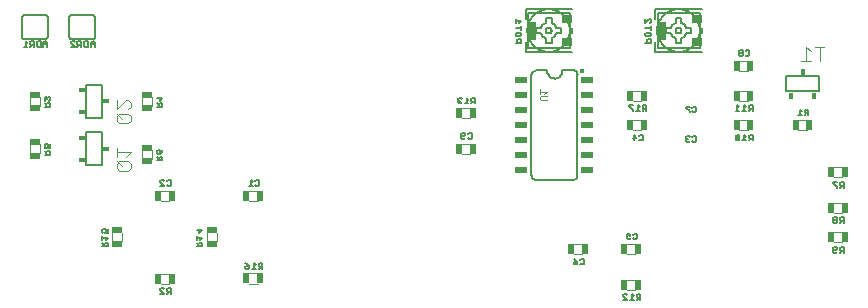
<source format=gbo>
G75*
%MOIN*%
%OFA0B0*%
%FSLAX24Y24*%
%IPPOS*%
%LPD*%
%AMOC8*
5,1,8,0,0,1.08239X$1,22.5*
%
%ADD10C,0.0060*%
%ADD11C,0.0040*%
%ADD12R,0.0230X0.0180*%
%ADD13C,0.0050*%
%ADD14R,0.0197X0.0374*%
%ADD15R,0.0374X0.0197*%
%ADD16C,0.0080*%
%ADD17C,0.0020*%
%ADD18R,0.0405X0.0200*%
%ADD19R,0.0425X0.0200*%
%ADD20R,0.0400X0.0200*%
%ADD21C,0.0172*%
%ADD22R,0.0354X0.0315*%
%ADD23R,0.0315X0.0591*%
%ADD24R,0.0180X0.0230*%
D10*
X003312Y006752D02*
X003832Y006752D01*
X003832Y007872D01*
X003312Y007872D01*
X003312Y006752D01*
X003312Y008327D02*
X003832Y008327D01*
X003832Y009447D01*
X003312Y009447D01*
X003312Y008327D01*
X003518Y010967D02*
X002838Y010967D01*
X002821Y010969D01*
X002804Y010973D01*
X002788Y010980D01*
X002774Y010990D01*
X002761Y011003D01*
X002751Y011017D01*
X002744Y011033D01*
X002740Y011050D01*
X002738Y011067D01*
X002738Y011667D01*
X002740Y011684D01*
X002744Y011701D01*
X002751Y011717D01*
X002761Y011731D01*
X002774Y011744D01*
X002788Y011754D01*
X002804Y011761D01*
X002821Y011765D01*
X002838Y011767D01*
X003518Y011767D01*
X003535Y011765D01*
X003552Y011761D01*
X003568Y011754D01*
X003582Y011744D01*
X003595Y011731D01*
X003605Y011717D01*
X003612Y011701D01*
X003616Y011684D01*
X003618Y011667D01*
X003618Y011067D01*
X003616Y011050D01*
X003612Y011033D01*
X003605Y011017D01*
X003595Y011003D01*
X003582Y010990D01*
X003568Y010980D01*
X003552Y010973D01*
X003535Y010969D01*
X003518Y010967D01*
X002043Y011067D02*
X002043Y011667D01*
X002041Y011684D01*
X002037Y011701D01*
X002030Y011717D01*
X002020Y011731D01*
X002007Y011744D01*
X001993Y011754D01*
X001977Y011761D01*
X001960Y011765D01*
X001943Y011767D01*
X001263Y011767D01*
X001246Y011765D01*
X001229Y011761D01*
X001213Y011754D01*
X001199Y011744D01*
X001186Y011731D01*
X001176Y011717D01*
X001169Y011701D01*
X001165Y011684D01*
X001163Y011667D01*
X001163Y011067D01*
X001165Y011050D01*
X001169Y011033D01*
X001176Y011017D01*
X001186Y011003D01*
X001199Y010990D01*
X001213Y010980D01*
X001229Y010973D01*
X001246Y010969D01*
X001263Y010967D01*
X001943Y010967D01*
X001960Y010969D01*
X001977Y010973D01*
X001993Y010980D01*
X002007Y010990D01*
X002020Y011003D01*
X002030Y011017D01*
X002037Y011033D01*
X002041Y011050D01*
X002043Y011067D01*
D11*
X001773Y009027D02*
X001773Y008746D01*
X001438Y008746D02*
X001438Y009027D01*
X004342Y008924D02*
X004342Y008617D01*
X004649Y008924D01*
X004725Y008924D01*
X004802Y008847D01*
X004802Y008694D01*
X004725Y008617D01*
X004725Y008464D02*
X004418Y008464D01*
X004342Y008387D01*
X004342Y008233D01*
X004418Y008157D01*
X004725Y008157D01*
X004802Y008233D01*
X004802Y008387D01*
X004725Y008464D01*
X004495Y008310D02*
X004342Y008464D01*
X005178Y008746D02*
X005178Y009027D01*
X005513Y009027D02*
X005513Y008746D01*
X004342Y007349D02*
X004342Y007042D01*
X004342Y006889D02*
X004495Y006735D01*
X004342Y006659D02*
X004418Y006582D01*
X004725Y006582D01*
X004802Y006659D01*
X004802Y006812D01*
X004725Y006889D01*
X004418Y006889D01*
X004342Y006812D01*
X004342Y006659D01*
X004649Y007042D02*
X004802Y007196D01*
X004342Y007196D01*
X005178Y007255D02*
X005178Y006975D01*
X005513Y006975D02*
X005513Y007255D01*
X005794Y005907D02*
X006074Y005907D01*
X006074Y005572D02*
X005794Y005572D01*
X004524Y004499D02*
X004524Y004219D01*
X004189Y004219D02*
X004189Y004499D01*
X007339Y004499D02*
X007339Y004219D01*
X007674Y004219D02*
X007674Y004499D01*
X008746Y005572D02*
X009027Y005572D01*
X009027Y005907D02*
X008746Y005907D01*
X015833Y007147D02*
X016113Y007147D01*
X016113Y007482D02*
X015833Y007482D01*
X015833Y008328D02*
X016113Y008328D01*
X016113Y008663D02*
X015833Y008663D01*
X021542Y008913D02*
X021822Y008913D01*
X021822Y009248D02*
X021542Y009248D01*
X021542Y008264D02*
X021822Y008264D01*
X021822Y007929D02*
X021542Y007929D01*
X025085Y007929D02*
X025365Y007929D01*
X025365Y008264D02*
X025085Y008264D01*
X025085Y008913D02*
X025365Y008913D01*
X025365Y009248D02*
X025085Y009248D01*
X025085Y009903D02*
X025365Y009903D01*
X025365Y010238D02*
X025085Y010238D01*
X027156Y010247D02*
X027463Y010247D01*
X027310Y010247D02*
X027310Y010708D01*
X027463Y010554D01*
X027617Y010708D02*
X027924Y010708D01*
X027770Y010708D02*
X027770Y010247D01*
X027334Y008269D02*
X027054Y008269D01*
X027054Y007934D02*
X027334Y007934D01*
X028235Y006689D02*
X028515Y006689D01*
X028515Y006354D02*
X028235Y006354D01*
X028235Y005508D02*
X028515Y005508D01*
X028515Y005173D02*
X028235Y005173D01*
X028235Y004524D02*
X028515Y004524D01*
X028515Y004189D02*
X028235Y004189D01*
X021625Y004135D02*
X021345Y004135D01*
X021345Y003800D02*
X021625Y003800D01*
X019854Y003795D02*
X019573Y003795D01*
X019573Y004130D02*
X019854Y004130D01*
X021345Y002949D02*
X021625Y002949D01*
X021625Y002614D02*
X021345Y002614D01*
X009027Y002816D02*
X008746Y002816D01*
X008746Y003151D02*
X009027Y003151D01*
X006074Y003146D02*
X005794Y003146D01*
X005794Y002811D02*
X006074Y002811D01*
X001773Y007172D02*
X001773Y007452D01*
X001438Y007452D02*
X001438Y007172D01*
D12*
X003177Y006942D03*
X003967Y007312D03*
X003177Y007682D03*
X003177Y008517D03*
X003967Y008887D03*
X003177Y009257D03*
D13*
X005782Y002466D02*
X005909Y002466D01*
X005782Y002593D01*
X005782Y002625D01*
X005814Y002656D01*
X005877Y002656D01*
X005909Y002625D01*
X006003Y002625D02*
X006003Y002561D01*
X006035Y002529D01*
X006130Y002529D01*
X006130Y002466D02*
X006130Y002656D01*
X006035Y002656D01*
X006003Y002625D01*
X006066Y002529D02*
X006003Y002466D01*
X008624Y003338D02*
X008624Y003369D01*
X008656Y003401D01*
X008751Y003401D01*
X008751Y003338D01*
X008719Y003306D01*
X008656Y003306D01*
X008624Y003338D01*
X008751Y003401D02*
X008688Y003465D01*
X008624Y003496D01*
X008909Y003496D02*
X008909Y003306D01*
X008972Y003306D02*
X008845Y003306D01*
X008972Y003433D02*
X008909Y003496D01*
X009066Y003465D02*
X009066Y003401D01*
X009098Y003369D01*
X009193Y003369D01*
X009193Y003306D02*
X009193Y003496D01*
X009098Y003496D01*
X009066Y003465D01*
X009130Y003369D02*
X009066Y003306D01*
X007184Y004053D02*
X007184Y004148D01*
X007152Y004179D01*
X007089Y004179D01*
X007057Y004148D01*
X007057Y004053D01*
X007057Y004116D02*
X006994Y004179D01*
X006994Y004274D02*
X006994Y004400D01*
X006994Y004337D02*
X007184Y004337D01*
X007120Y004274D01*
X007184Y004053D02*
X006994Y004053D01*
X007089Y004495D02*
X007089Y004621D01*
X006994Y004590D02*
X007184Y004590D01*
X007089Y004495D01*
X004034Y004495D02*
X003939Y004495D01*
X003971Y004558D01*
X003971Y004590D01*
X003939Y004621D01*
X003876Y004621D01*
X003844Y004590D01*
X003844Y004526D01*
X003876Y004495D01*
X003844Y004400D02*
X003844Y004274D01*
X003844Y004337D02*
X004034Y004337D01*
X003971Y004274D01*
X004003Y004179D02*
X003939Y004179D01*
X003907Y004148D01*
X003907Y004053D01*
X003844Y004053D02*
X004034Y004053D01*
X004034Y004148D01*
X004003Y004179D01*
X003907Y004116D02*
X003844Y004179D01*
X004034Y004495D02*
X004034Y004621D01*
X005782Y006062D02*
X005909Y006062D01*
X005782Y006189D01*
X005782Y006220D01*
X005814Y006252D01*
X005877Y006252D01*
X005909Y006220D01*
X006003Y006220D02*
X006035Y006252D01*
X006098Y006252D01*
X006130Y006220D01*
X006130Y006094D01*
X006098Y006062D01*
X006035Y006062D01*
X006003Y006094D01*
X005858Y006919D02*
X005668Y006919D01*
X005732Y006919D02*
X005732Y007014D01*
X005763Y007046D01*
X005827Y007046D01*
X005858Y007014D01*
X005858Y006919D01*
X005732Y006982D02*
X005668Y007046D01*
X005700Y007140D02*
X005668Y007172D01*
X005668Y007235D01*
X005700Y007267D01*
X005732Y007267D01*
X005763Y007235D01*
X005763Y007140D01*
X005700Y007140D01*
X005763Y007140D02*
X005827Y007203D01*
X005858Y007267D01*
X008798Y006252D02*
X008798Y006062D01*
X008735Y006062D02*
X008862Y006062D01*
X008956Y006094D02*
X008988Y006062D01*
X009051Y006062D01*
X009083Y006094D01*
X009083Y006220D01*
X009051Y006252D01*
X008988Y006252D01*
X008956Y006220D01*
X008862Y006189D02*
X008798Y006252D01*
X005858Y008691D02*
X005668Y008691D01*
X005732Y008691D02*
X005732Y008786D01*
X005763Y008817D01*
X005827Y008817D01*
X005858Y008786D01*
X005858Y008691D01*
X005732Y008754D02*
X005668Y008817D01*
X005763Y008912D02*
X005763Y009038D01*
X005668Y009007D02*
X005858Y009007D01*
X005763Y008912D01*
X002118Y008943D02*
X002118Y009007D01*
X002087Y009038D01*
X002055Y009038D01*
X002023Y009007D01*
X001992Y009038D01*
X001960Y009038D01*
X001928Y009007D01*
X001928Y008943D01*
X001960Y008912D01*
X002023Y008975D02*
X002023Y009007D01*
X002087Y008912D02*
X002118Y008943D01*
X002087Y008817D02*
X002023Y008817D01*
X001992Y008786D01*
X001992Y008691D01*
X001992Y008754D02*
X001928Y008817D01*
X001928Y008691D02*
X002118Y008691D01*
X002118Y008786D01*
X002087Y008817D01*
X002118Y007464D02*
X002118Y007337D01*
X002023Y007337D01*
X002055Y007400D01*
X002055Y007432D01*
X002023Y007464D01*
X001960Y007464D01*
X001928Y007432D01*
X001928Y007369D01*
X001960Y007337D01*
X001928Y007243D02*
X001992Y007179D01*
X001992Y007211D02*
X001992Y007116D01*
X001928Y007116D02*
X002118Y007116D01*
X002118Y007211D01*
X002087Y007243D01*
X002023Y007243D01*
X001992Y007211D01*
X002020Y010702D02*
X002020Y010829D01*
X001957Y010892D01*
X001893Y010829D01*
X001893Y010702D01*
X001799Y010702D02*
X001704Y010702D01*
X001672Y010734D01*
X001672Y010860D01*
X001704Y010892D01*
X001799Y010892D01*
X001799Y010702D01*
X001893Y010797D02*
X002020Y010797D01*
X001578Y010765D02*
X001483Y010765D01*
X001451Y010797D01*
X001451Y010860D01*
X001483Y010892D01*
X001578Y010892D01*
X001578Y010702D01*
X001515Y010765D02*
X001451Y010702D01*
X001357Y010702D02*
X001230Y010702D01*
X001294Y010702D02*
X001294Y010892D01*
X001357Y010829D01*
X002805Y010829D02*
X002805Y010860D01*
X002837Y010892D01*
X002900Y010892D01*
X002932Y010860D01*
X003026Y010860D02*
X003026Y010797D01*
X003058Y010765D01*
X003153Y010765D01*
X003153Y010702D02*
X003153Y010892D01*
X003058Y010892D01*
X003026Y010860D01*
X003090Y010765D02*
X003026Y010702D01*
X002932Y010702D02*
X002805Y010829D01*
X002805Y010702D02*
X002932Y010702D01*
X003247Y010734D02*
X003247Y010860D01*
X003279Y010892D01*
X003374Y010892D01*
X003374Y010702D01*
X003279Y010702D01*
X003247Y010734D01*
X003468Y010702D02*
X003468Y010829D01*
X003532Y010892D01*
X003595Y010829D01*
X003595Y010702D01*
X003595Y010797D02*
X003468Y010797D01*
X015711Y008976D02*
X015711Y008945D01*
X015743Y008913D01*
X015711Y008881D01*
X015711Y008850D01*
X015743Y008818D01*
X015806Y008818D01*
X015838Y008850D01*
X015774Y008913D02*
X015743Y008913D01*
X015711Y008976D02*
X015743Y009008D01*
X015806Y009008D01*
X015838Y008976D01*
X015995Y009008D02*
X016059Y008945D01*
X015995Y009008D02*
X015995Y008818D01*
X015932Y008818D02*
X016059Y008818D01*
X016153Y008818D02*
X016216Y008881D01*
X016185Y008881D02*
X016280Y008881D01*
X016280Y008818D02*
X016280Y009008D01*
X016185Y009008D01*
X016153Y008976D01*
X016153Y008913D01*
X016185Y008881D01*
X016138Y007827D02*
X016169Y007795D01*
X016169Y007669D01*
X016138Y007637D01*
X016074Y007637D01*
X016042Y007669D01*
X015948Y007669D02*
X015917Y007637D01*
X015853Y007637D01*
X015821Y007669D01*
X015821Y007795D01*
X015853Y007827D01*
X015917Y007827D01*
X015948Y007795D01*
X015948Y007764D01*
X015917Y007732D01*
X015821Y007732D01*
X016042Y007795D02*
X016074Y007827D01*
X016138Y007827D01*
X021420Y008727D02*
X021546Y008600D01*
X021546Y008568D01*
X021641Y008568D02*
X021767Y008568D01*
X021704Y008568D02*
X021704Y008759D01*
X021767Y008695D01*
X021862Y008664D02*
X021893Y008632D01*
X021988Y008632D01*
X021925Y008632D02*
X021862Y008568D01*
X021862Y008664D02*
X021862Y008727D01*
X021893Y008759D01*
X021988Y008759D01*
X021988Y008568D01*
X021546Y008759D02*
X021420Y008759D01*
X021420Y008727D01*
X023302Y008709D02*
X023302Y008677D01*
X023429Y008550D01*
X023429Y008518D01*
X023523Y008550D02*
X023554Y008518D01*
X023618Y008518D01*
X023650Y008550D01*
X023650Y008677D01*
X023618Y008709D01*
X023554Y008709D01*
X023523Y008677D01*
X023429Y008709D02*
X023302Y008709D01*
X024963Y008568D02*
X025090Y008568D01*
X025026Y008568D02*
X025026Y008759D01*
X025090Y008695D01*
X025184Y008568D02*
X025311Y008568D01*
X025247Y008568D02*
X025247Y008759D01*
X025311Y008695D01*
X025405Y008664D02*
X025437Y008632D01*
X025532Y008632D01*
X025532Y008568D02*
X025532Y008759D01*
X025437Y008759D01*
X025405Y008727D01*
X025405Y008664D01*
X025468Y008632D02*
X025405Y008568D01*
X027042Y008424D02*
X027169Y008424D01*
X027105Y008424D02*
X027105Y008614D01*
X027169Y008551D01*
X027263Y008583D02*
X027263Y008519D01*
X027295Y008488D01*
X027390Y008488D01*
X027326Y008488D02*
X027263Y008424D01*
X027390Y008424D02*
X027390Y008614D01*
X027295Y008614D01*
X027263Y008583D01*
X027754Y009217D02*
X026634Y009217D01*
X026634Y009737D01*
X027754Y009737D01*
X027754Y009217D01*
X025421Y010424D02*
X025389Y010393D01*
X025326Y010393D01*
X025294Y010424D01*
X025200Y010424D02*
X025200Y010456D01*
X025169Y010488D01*
X025105Y010488D01*
X025073Y010456D01*
X025073Y010424D01*
X025105Y010393D01*
X025169Y010393D01*
X025200Y010424D01*
X025169Y010488D02*
X025200Y010519D01*
X025200Y010551D01*
X025169Y010583D01*
X025105Y010583D01*
X025073Y010551D01*
X025073Y010519D01*
X025105Y010488D01*
X025294Y010551D02*
X025326Y010583D01*
X025389Y010583D01*
X025421Y010551D01*
X025421Y010424D01*
X023769Y010658D02*
X023769Y011839D01*
X022371Y011839D01*
X022371Y010658D01*
X023769Y010658D01*
X023158Y010835D02*
X023158Y010993D01*
X022961Y010993D02*
X022961Y010835D01*
X023158Y010835D01*
X023316Y011150D02*
X023473Y011150D01*
X023473Y011347D01*
X023316Y011347D01*
X022962Y010993D02*
X022932Y011007D01*
X022905Y011025D01*
X022879Y011045D01*
X022856Y011068D01*
X022836Y011094D01*
X022818Y011121D01*
X022804Y011151D01*
X022804Y011150D02*
X022646Y011150D01*
X022646Y011347D01*
X022804Y011347D01*
X023158Y010993D02*
X023188Y011007D01*
X023215Y011025D01*
X023241Y011045D01*
X023264Y011068D01*
X023284Y011094D01*
X023302Y011121D01*
X023316Y011151D01*
X022962Y011505D02*
X022932Y011491D01*
X022905Y011473D01*
X022879Y011453D01*
X022856Y011430D01*
X022836Y011404D01*
X022818Y011377D01*
X022804Y011347D01*
X023158Y011505D02*
X023188Y011491D01*
X023215Y011473D01*
X023241Y011453D01*
X023264Y011430D01*
X023284Y011404D01*
X023302Y011377D01*
X023316Y011347D01*
X022962Y011249D02*
X022964Y011268D01*
X022969Y011287D01*
X022979Y011303D01*
X022991Y011318D01*
X023006Y011330D01*
X023022Y011340D01*
X023041Y011345D01*
X023060Y011347D01*
X023079Y011345D01*
X023098Y011340D01*
X023114Y011330D01*
X023129Y011318D01*
X023141Y011303D01*
X023151Y011287D01*
X023156Y011268D01*
X023158Y011249D01*
X023156Y011230D01*
X023151Y011211D01*
X023141Y011195D01*
X023129Y011180D01*
X023114Y011168D01*
X023098Y011158D01*
X023079Y011153D01*
X023060Y011151D01*
X023041Y011153D01*
X023022Y011158D01*
X023006Y011168D01*
X022991Y011180D01*
X022979Y011195D01*
X022969Y011211D01*
X022964Y011230D01*
X022962Y011249D01*
X022351Y011249D02*
X022353Y011302D01*
X022359Y011355D01*
X022369Y011407D01*
X022382Y011458D01*
X022400Y011508D01*
X022421Y011557D01*
X022446Y011604D01*
X022474Y011648D01*
X022506Y011691D01*
X022540Y011731D01*
X022578Y011769D01*
X022618Y011803D01*
X022661Y011835D01*
X022706Y011863D01*
X022752Y011888D01*
X022801Y011909D01*
X022851Y011927D01*
X022902Y011940D01*
X022954Y011950D01*
X023007Y011956D01*
X023060Y011958D01*
X023113Y011956D01*
X023166Y011950D01*
X023218Y011940D01*
X023269Y011927D01*
X023319Y011909D01*
X023368Y011888D01*
X023415Y011863D01*
X023459Y011835D01*
X023502Y011803D01*
X023542Y011769D01*
X023580Y011731D01*
X023614Y011691D01*
X023646Y011648D01*
X023674Y011603D01*
X023699Y011557D01*
X023720Y011508D01*
X023738Y011458D01*
X023751Y011407D01*
X023761Y011355D01*
X023767Y011302D01*
X023769Y011249D01*
X023767Y011196D01*
X023761Y011143D01*
X023751Y011091D01*
X023738Y011040D01*
X023720Y010990D01*
X023699Y010941D01*
X023674Y010894D01*
X023646Y010850D01*
X023614Y010807D01*
X023580Y010767D01*
X023542Y010729D01*
X023502Y010695D01*
X023459Y010663D01*
X023414Y010635D01*
X023368Y010610D01*
X023319Y010589D01*
X023269Y010571D01*
X023218Y010558D01*
X023166Y010548D01*
X023113Y010542D01*
X023060Y010540D01*
X023007Y010542D01*
X022954Y010548D01*
X022902Y010558D01*
X022851Y010571D01*
X022801Y010589D01*
X022752Y010610D01*
X022705Y010635D01*
X022661Y010663D01*
X022618Y010695D01*
X022578Y010729D01*
X022540Y010767D01*
X022506Y010807D01*
X022474Y010850D01*
X022446Y010895D01*
X022421Y010941D01*
X022400Y010990D01*
X022382Y011040D01*
X022369Y011091D01*
X022359Y011143D01*
X022353Y011196D01*
X022351Y011249D01*
X022149Y011274D02*
X022149Y011401D01*
X022149Y011337D02*
X021959Y011337D01*
X021991Y011180D02*
X022117Y011180D01*
X022149Y011148D01*
X022149Y011085D01*
X022117Y011053D01*
X021991Y011053D01*
X021959Y011085D01*
X021959Y011148D01*
X021991Y011180D01*
X022054Y010959D02*
X022022Y010927D01*
X022022Y010832D01*
X021959Y010832D02*
X022149Y010832D01*
X022149Y010927D01*
X022117Y010959D01*
X022054Y010959D01*
X022117Y011495D02*
X022149Y011526D01*
X022149Y011590D01*
X022117Y011622D01*
X022086Y011622D01*
X021959Y011495D01*
X021959Y011622D01*
X022961Y011662D02*
X022961Y011505D01*
X022961Y011662D02*
X023158Y011662D01*
X023158Y011505D01*
X019438Y011839D02*
X019438Y010658D01*
X018040Y010658D01*
X018040Y011839D01*
X019438Y011839D01*
X018828Y011662D02*
X018828Y011505D01*
X018828Y011662D02*
X018631Y011662D01*
X018631Y011505D01*
X018473Y011347D02*
X018316Y011347D01*
X018316Y011150D01*
X018473Y011150D01*
X018631Y010993D02*
X018631Y010835D01*
X018828Y010835D01*
X018828Y010993D01*
X018985Y011150D02*
X019143Y011150D01*
X019143Y011347D01*
X018985Y011347D01*
X018631Y010993D02*
X018601Y011007D01*
X018574Y011025D01*
X018548Y011045D01*
X018525Y011068D01*
X018505Y011094D01*
X018487Y011121D01*
X018473Y011151D01*
X018827Y011505D02*
X018857Y011491D01*
X018884Y011473D01*
X018910Y011453D01*
X018933Y011430D01*
X018953Y011404D01*
X018971Y011377D01*
X018985Y011347D01*
X018631Y011505D02*
X018601Y011491D01*
X018574Y011473D01*
X018548Y011453D01*
X018525Y011430D01*
X018505Y011404D01*
X018487Y011377D01*
X018473Y011347D01*
X018827Y010993D02*
X018857Y011007D01*
X018884Y011025D01*
X018910Y011045D01*
X018933Y011068D01*
X018953Y011094D01*
X018971Y011121D01*
X018985Y011151D01*
X018631Y011249D02*
X018633Y011268D01*
X018638Y011287D01*
X018648Y011303D01*
X018660Y011318D01*
X018675Y011330D01*
X018691Y011340D01*
X018710Y011345D01*
X018729Y011347D01*
X018748Y011345D01*
X018767Y011340D01*
X018783Y011330D01*
X018798Y011318D01*
X018810Y011303D01*
X018820Y011287D01*
X018825Y011268D01*
X018827Y011249D01*
X018825Y011230D01*
X018820Y011211D01*
X018810Y011195D01*
X018798Y011180D01*
X018783Y011168D01*
X018767Y011158D01*
X018748Y011153D01*
X018729Y011151D01*
X018710Y011153D01*
X018691Y011158D01*
X018675Y011168D01*
X018660Y011180D01*
X018648Y011195D01*
X018638Y011211D01*
X018633Y011230D01*
X018631Y011249D01*
X018020Y011249D02*
X018022Y011302D01*
X018028Y011355D01*
X018038Y011407D01*
X018051Y011458D01*
X018069Y011508D01*
X018090Y011557D01*
X018115Y011604D01*
X018143Y011648D01*
X018175Y011691D01*
X018209Y011731D01*
X018247Y011769D01*
X018287Y011803D01*
X018330Y011835D01*
X018375Y011863D01*
X018421Y011888D01*
X018470Y011909D01*
X018520Y011927D01*
X018571Y011940D01*
X018623Y011950D01*
X018676Y011956D01*
X018729Y011958D01*
X018782Y011956D01*
X018835Y011950D01*
X018887Y011940D01*
X018938Y011927D01*
X018988Y011909D01*
X019037Y011888D01*
X019084Y011863D01*
X019128Y011835D01*
X019171Y011803D01*
X019211Y011769D01*
X019249Y011731D01*
X019283Y011691D01*
X019315Y011648D01*
X019343Y011603D01*
X019368Y011557D01*
X019389Y011508D01*
X019407Y011458D01*
X019420Y011407D01*
X019430Y011355D01*
X019436Y011302D01*
X019438Y011249D01*
X019436Y011196D01*
X019430Y011143D01*
X019420Y011091D01*
X019407Y011040D01*
X019389Y010990D01*
X019368Y010941D01*
X019343Y010894D01*
X019315Y010850D01*
X019283Y010807D01*
X019249Y010767D01*
X019211Y010729D01*
X019171Y010695D01*
X019128Y010663D01*
X019083Y010635D01*
X019037Y010610D01*
X018988Y010589D01*
X018938Y010571D01*
X018887Y010558D01*
X018835Y010548D01*
X018782Y010542D01*
X018729Y010540D01*
X018676Y010542D01*
X018623Y010548D01*
X018571Y010558D01*
X018520Y010571D01*
X018470Y010589D01*
X018421Y010610D01*
X018374Y010635D01*
X018330Y010663D01*
X018287Y010695D01*
X018247Y010729D01*
X018209Y010767D01*
X018175Y010807D01*
X018143Y010850D01*
X018115Y010895D01*
X018090Y010941D01*
X018069Y010990D01*
X018051Y011040D01*
X018038Y011091D01*
X018028Y011143D01*
X018022Y011196D01*
X018020Y011249D01*
X017818Y011274D02*
X017818Y011401D01*
X017818Y011337D02*
X017628Y011337D01*
X017660Y011180D02*
X017787Y011180D01*
X017818Y011148D01*
X017818Y011085D01*
X017787Y011053D01*
X017660Y011053D01*
X017628Y011085D01*
X017628Y011148D01*
X017660Y011180D01*
X017723Y010959D02*
X017692Y010927D01*
X017692Y010832D01*
X017628Y010832D02*
X017818Y010832D01*
X017818Y010927D01*
X017787Y010959D01*
X017723Y010959D01*
X017755Y011495D02*
X017818Y011558D01*
X017628Y011558D01*
X017628Y011495D02*
X017628Y011622D01*
X021562Y007774D02*
X021657Y007679D01*
X021530Y007679D01*
X021562Y007584D02*
X021562Y007774D01*
X021751Y007743D02*
X021783Y007774D01*
X021846Y007774D01*
X021878Y007743D01*
X021878Y007616D01*
X021846Y007584D01*
X021783Y007584D01*
X021751Y007616D01*
X023302Y007598D02*
X023302Y007566D01*
X023333Y007534D01*
X023397Y007534D01*
X023429Y007566D01*
X023365Y007629D02*
X023333Y007629D01*
X023302Y007598D01*
X023333Y007629D02*
X023302Y007661D01*
X023302Y007693D01*
X023333Y007724D01*
X023397Y007724D01*
X023429Y007693D01*
X023523Y007693D02*
X023554Y007724D01*
X023618Y007724D01*
X023650Y007693D01*
X023650Y007566D01*
X023618Y007534D01*
X023554Y007534D01*
X023523Y007566D01*
X024963Y007616D02*
X024995Y007584D01*
X025058Y007584D01*
X025090Y007616D01*
X024963Y007743D01*
X024963Y007616D01*
X024963Y007743D02*
X024995Y007774D01*
X025058Y007774D01*
X025090Y007743D01*
X025090Y007616D01*
X025184Y007584D02*
X025311Y007584D01*
X025247Y007584D02*
X025247Y007774D01*
X025311Y007711D01*
X025405Y007743D02*
X025405Y007679D01*
X025437Y007648D01*
X025532Y007648D01*
X025468Y007648D02*
X025405Y007584D01*
X025532Y007584D02*
X025532Y007774D01*
X025437Y007774D01*
X025405Y007743D01*
X028223Y006200D02*
X028223Y006168D01*
X028350Y006041D01*
X028350Y006009D01*
X028444Y006009D02*
X028507Y006073D01*
X028476Y006073D02*
X028571Y006073D01*
X028571Y006009D02*
X028571Y006200D01*
X028476Y006200D01*
X028444Y006168D01*
X028444Y006104D01*
X028476Y006073D01*
X028350Y006200D02*
X028223Y006200D01*
X028255Y005018D02*
X028223Y004987D01*
X028223Y004955D01*
X028255Y004923D01*
X028318Y004923D01*
X028350Y004955D01*
X028350Y004987D01*
X028318Y005018D01*
X028255Y005018D01*
X028255Y004923D02*
X028223Y004892D01*
X028223Y004860D01*
X028255Y004828D01*
X028318Y004828D01*
X028350Y004860D01*
X028350Y004892D01*
X028318Y004923D01*
X028444Y004923D02*
X028476Y004892D01*
X028571Y004892D01*
X028507Y004892D02*
X028444Y004828D01*
X028444Y004923D02*
X028444Y004987D01*
X028476Y005018D01*
X028571Y005018D01*
X028571Y004828D01*
X028571Y004034D02*
X028476Y004034D01*
X028444Y004003D01*
X028444Y003939D01*
X028476Y003907D01*
X028571Y003907D01*
X028571Y003844D02*
X028571Y004034D01*
X028507Y003907D02*
X028444Y003844D01*
X028350Y003876D02*
X028318Y003844D01*
X028255Y003844D01*
X028223Y003876D01*
X028223Y004003D01*
X028255Y004034D01*
X028318Y004034D01*
X028350Y004003D01*
X028350Y003971D01*
X028318Y003939D01*
X028223Y003939D01*
X021681Y004322D02*
X021649Y004290D01*
X021586Y004290D01*
X021554Y004322D01*
X021460Y004322D02*
X021428Y004290D01*
X021365Y004290D01*
X021333Y004322D01*
X021333Y004385D01*
X021365Y004417D01*
X021397Y004417D01*
X021460Y004385D01*
X021460Y004481D01*
X021333Y004481D01*
X021554Y004449D02*
X021586Y004481D01*
X021649Y004481D01*
X021681Y004449D01*
X021681Y004322D01*
X019909Y003609D02*
X019909Y003482D01*
X019878Y003450D01*
X019814Y003450D01*
X019783Y003482D01*
X019688Y003482D02*
X019688Y003545D01*
X019593Y003545D01*
X019562Y003514D01*
X019562Y003482D01*
X019593Y003450D01*
X019657Y003450D01*
X019688Y003482D01*
X019688Y003545D02*
X019625Y003609D01*
X019562Y003641D01*
X019783Y003609D02*
X019814Y003641D01*
X019878Y003641D01*
X019909Y003609D01*
X021223Y002428D02*
X021254Y002459D01*
X021318Y002459D01*
X021350Y002428D01*
X021223Y002428D02*
X021223Y002396D01*
X021350Y002269D01*
X021223Y002269D01*
X021444Y002269D02*
X021571Y002269D01*
X021507Y002269D02*
X021507Y002459D01*
X021571Y002396D01*
X021665Y002364D02*
X021696Y002333D01*
X021792Y002333D01*
X021792Y002269D02*
X021792Y002459D01*
X021696Y002459D01*
X021665Y002428D01*
X021665Y002364D01*
X021728Y002333D02*
X021665Y002269D01*
D14*
X021713Y002782D03*
X021253Y002782D03*
X021257Y003967D03*
X021717Y003967D03*
X019942Y003963D03*
X019482Y003963D03*
X016205Y007314D03*
X015745Y007314D03*
X015745Y008495D03*
X016205Y008495D03*
X021450Y008097D03*
X021910Y008097D03*
X021910Y009081D03*
X021450Y009081D03*
X024994Y009081D03*
X025454Y009081D03*
X025454Y008097D03*
X024994Y008097D03*
X026965Y008101D03*
X027425Y008101D03*
X028143Y006522D03*
X028603Y006522D03*
X028603Y005341D03*
X028143Y005341D03*
X028143Y004357D03*
X028603Y004357D03*
X025457Y010070D03*
X024997Y010070D03*
X009118Y005739D03*
X008658Y005739D03*
X006165Y005739D03*
X005705Y005739D03*
X005702Y002979D03*
X006162Y002979D03*
X008658Y002983D03*
X009118Y002983D03*
D15*
X007507Y004131D03*
X007507Y004591D03*
X004357Y004591D03*
X004357Y004131D03*
X005345Y006883D03*
X005345Y007343D03*
X005345Y008655D03*
X005345Y009115D03*
X001605Y009115D03*
X001605Y008655D03*
X001605Y007540D03*
X001605Y007080D03*
D16*
X017961Y010520D02*
X017961Y010875D01*
X017961Y010520D02*
X019517Y010520D01*
X019582Y009919D02*
X019186Y009919D01*
X019186Y009899D02*
X019184Y009869D01*
X019179Y009839D01*
X019170Y009810D01*
X019157Y009783D01*
X019142Y009757D01*
X019123Y009733D01*
X019102Y009712D01*
X019078Y009693D01*
X019052Y009678D01*
X019025Y009665D01*
X018996Y009656D01*
X018966Y009651D01*
X018936Y009649D01*
X018906Y009651D01*
X018876Y009656D01*
X018847Y009665D01*
X018820Y009678D01*
X018794Y009693D01*
X018770Y009712D01*
X018749Y009733D01*
X018730Y009757D01*
X018715Y009783D01*
X018702Y009810D01*
X018693Y009839D01*
X018688Y009869D01*
X018686Y009899D01*
X018686Y009919D02*
X018354Y009919D01*
X018349Y009920D02*
X018324Y009921D01*
X018300Y009919D01*
X018276Y009913D01*
X018254Y009904D01*
X018233Y009891D01*
X018214Y009876D01*
X018197Y009858D01*
X018183Y009838D01*
X018172Y009817D01*
X018164Y009794D01*
X018159Y009770D01*
X018160Y009769D02*
X018160Y006429D01*
X018162Y006406D01*
X018167Y006383D01*
X018176Y006361D01*
X018189Y006341D01*
X018204Y006323D01*
X018222Y006308D01*
X018242Y006295D01*
X018264Y006286D01*
X018287Y006281D01*
X018310Y006279D01*
X019542Y006279D01*
X019563Y006278D01*
X019584Y006280D01*
X019604Y006285D01*
X019623Y006293D01*
X019640Y006304D01*
X019656Y006317D01*
X019669Y006333D01*
X019680Y006351D01*
X019688Y006370D01*
X019693Y006390D01*
X019692Y006390D02*
X019692Y009769D01*
X019693Y009769D02*
X019694Y009790D01*
X019692Y009811D01*
X019687Y009831D01*
X019679Y009850D01*
X019668Y009867D01*
X019655Y009883D01*
X019639Y009896D01*
X019621Y009907D01*
X019602Y009915D01*
X019582Y009920D01*
X022292Y010520D02*
X022292Y010875D01*
X022292Y010520D02*
X023847Y010520D01*
X023847Y011150D02*
X023847Y011347D01*
X023847Y011977D02*
X022292Y011977D01*
X022292Y011623D01*
X019517Y011347D02*
X019517Y011150D01*
X017961Y011623D02*
X017961Y011977D01*
X019517Y011977D01*
D17*
X018446Y009285D02*
X018446Y009138D01*
X018446Y009212D02*
X018666Y009212D01*
X018593Y009138D01*
X018666Y009064D02*
X018483Y009064D01*
X018446Y009027D01*
X018446Y008954D01*
X018483Y008917D01*
X018666Y008917D01*
D18*
X020023Y009099D03*
X020023Y008599D03*
X020023Y008099D03*
X020023Y007599D03*
X020023Y007099D03*
X020023Y006599D03*
X020023Y009599D03*
D19*
X017813Y009599D03*
D20*
X017826Y009099D03*
X017826Y008599D03*
X017826Y008099D03*
X017826Y007599D03*
X017826Y007099D03*
X017826Y006599D03*
D21*
X019836Y009899D03*
D22*
X019339Y010875D03*
X019339Y011623D03*
X023670Y011623D03*
X023670Y010875D03*
D23*
X022509Y011249D03*
X018178Y011249D03*
D24*
X026824Y009082D03*
X027564Y009082D03*
X027194Y009872D03*
M02*

</source>
